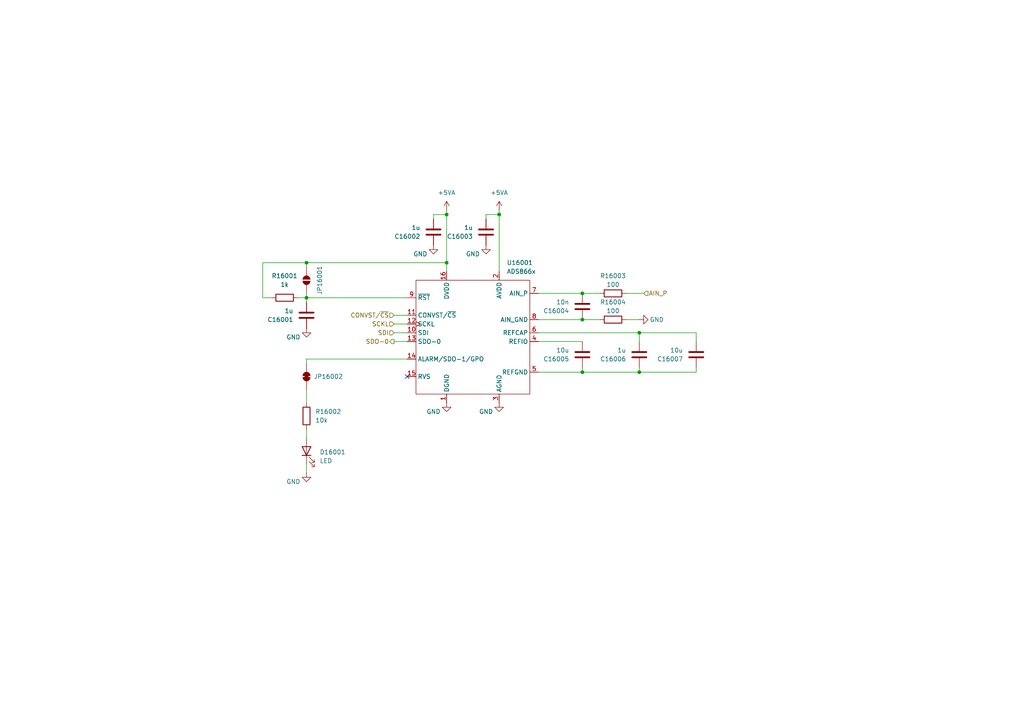
<source format=kicad_sch>
(kicad_sch
	(version 20231120)
	(generator "eeschema")
	(generator_version "8.0")
	(uuid "986a5377-d084-4e31-ada1-4a0f07acb8ea")
	(paper "A4")
	(title_block
		(title "Power Supply Sink")
		(date "2024-11-25")
		(rev "0.8.2")
		(company "Open Battery Tester")
		(comment 1 "Analog Digital Converter")
	)
	(lib_symbols
		(symbol "Device:LED"
			(pin_numbers hide)
			(pin_names
				(offset 1.016) hide)
			(exclude_from_sim no)
			(in_bom yes)
			(on_board yes)
			(property "Reference" "D"
				(at 0 2.54 0)
				(effects
					(font
						(size 1.27 1.27)
					)
				)
			)
			(property "Value" "LED"
				(at 0 -2.54 0)
				(effects
					(font
						(size 1.27 1.27)
					)
				)
			)
			(property "Footprint" ""
				(at 0 0 0)
				(effects
					(font
						(size 1.27 1.27)
					)
					(hide yes)
				)
			)
			(property "Datasheet" "~"
				(at 0 0 0)
				(effects
					(font
						(size 1.27 1.27)
					)
					(hide yes)
				)
			)
			(property "Description" "Light emitting diode"
				(at 0 0 0)
				(effects
					(font
						(size 1.27 1.27)
					)
					(hide yes)
				)
			)
			(property "ki_keywords" "LED diode"
				(at 0 0 0)
				(effects
					(font
						(size 1.27 1.27)
					)
					(hide yes)
				)
			)
			(property "ki_fp_filters" "LED* LED_SMD:* LED_THT:*"
				(at 0 0 0)
				(effects
					(font
						(size 1.27 1.27)
					)
					(hide yes)
				)
			)
			(symbol "LED_0_1"
				(polyline
					(pts
						(xy -1.27 -1.27) (xy -1.27 1.27)
					)
					(stroke
						(width 0.254)
						(type default)
					)
					(fill
						(type none)
					)
				)
				(polyline
					(pts
						(xy -1.27 0) (xy 1.27 0)
					)
					(stroke
						(width 0)
						(type default)
					)
					(fill
						(type none)
					)
				)
				(polyline
					(pts
						(xy 1.27 -1.27) (xy 1.27 1.27) (xy -1.27 0) (xy 1.27 -1.27)
					)
					(stroke
						(width 0.254)
						(type default)
					)
					(fill
						(type none)
					)
				)
				(polyline
					(pts
						(xy -3.048 -0.762) (xy -4.572 -2.286) (xy -3.81 -2.286) (xy -4.572 -2.286) (xy -4.572 -1.524)
					)
					(stroke
						(width 0)
						(type default)
					)
					(fill
						(type none)
					)
				)
				(polyline
					(pts
						(xy -1.778 -0.762) (xy -3.302 -2.286) (xy -2.54 -2.286) (xy -3.302 -2.286) (xy -3.302 -1.524)
					)
					(stroke
						(width 0)
						(type default)
					)
					(fill
						(type none)
					)
				)
			)
			(symbol "LED_1_1"
				(pin passive line
					(at -3.81 0 0)
					(length 2.54)
					(name "K"
						(effects
							(font
								(size 1.27 1.27)
							)
						)
					)
					(number "1"
						(effects
							(font
								(size 1.27 1.27)
							)
						)
					)
				)
				(pin passive line
					(at 3.81 0 180)
					(length 2.54)
					(name "A"
						(effects
							(font
								(size 1.27 1.27)
							)
						)
					)
					(number "2"
						(effects
							(font
								(size 1.27 1.27)
							)
						)
					)
				)
			)
		)
		(symbol "Jumper:SolderJumper_2_Bridged"
			(pin_numbers hide)
			(pin_names
				(offset 0) hide)
			(exclude_from_sim yes)
			(in_bom no)
			(on_board yes)
			(property "Reference" "JP"
				(at 0 2.032 0)
				(effects
					(font
						(size 1.27 1.27)
					)
				)
			)
			(property "Value" "SolderJumper_2_Bridged"
				(at 0 -2.54 0)
				(effects
					(font
						(size 1.27 1.27)
					)
				)
			)
			(property "Footprint" ""
				(at 0 0 0)
				(effects
					(font
						(size 1.27 1.27)
					)
					(hide yes)
				)
			)
			(property "Datasheet" "~"
				(at 0 0 0)
				(effects
					(font
						(size 1.27 1.27)
					)
					(hide yes)
				)
			)
			(property "Description" "Solder Jumper, 2-pole, closed/bridged"
				(at 0 0 0)
				(effects
					(font
						(size 1.27 1.27)
					)
					(hide yes)
				)
			)
			(property "ki_keywords" "solder jumper SPST"
				(at 0 0 0)
				(effects
					(font
						(size 1.27 1.27)
					)
					(hide yes)
				)
			)
			(property "ki_fp_filters" "SolderJumper*Bridged*"
				(at 0 0 0)
				(effects
					(font
						(size 1.27 1.27)
					)
					(hide yes)
				)
			)
			(symbol "SolderJumper_2_Bridged_0_1"
				(rectangle
					(start -0.508 0.508)
					(end 0.508 -0.508)
					(stroke
						(width 0)
						(type default)
					)
					(fill
						(type outline)
					)
				)
				(arc
					(start -0.254 1.016)
					(mid -1.2656 0)
					(end -0.254 -1.016)
					(stroke
						(width 0)
						(type default)
					)
					(fill
						(type none)
					)
				)
				(arc
					(start -0.254 1.016)
					(mid -1.2656 0)
					(end -0.254 -1.016)
					(stroke
						(width 0)
						(type default)
					)
					(fill
						(type outline)
					)
				)
				(polyline
					(pts
						(xy -0.254 1.016) (xy -0.254 -1.016)
					)
					(stroke
						(width 0)
						(type default)
					)
					(fill
						(type none)
					)
				)
				(polyline
					(pts
						(xy 0.254 1.016) (xy 0.254 -1.016)
					)
					(stroke
						(width 0)
						(type default)
					)
					(fill
						(type none)
					)
				)
				(arc
					(start 0.254 -1.016)
					(mid 1.2656 0)
					(end 0.254 1.016)
					(stroke
						(width 0)
						(type default)
					)
					(fill
						(type none)
					)
				)
				(arc
					(start 0.254 -1.016)
					(mid 1.2656 0)
					(end 0.254 1.016)
					(stroke
						(width 0)
						(type default)
					)
					(fill
						(type outline)
					)
				)
			)
			(symbol "SolderJumper_2_Bridged_1_1"
				(pin passive line
					(at -3.81 0 0)
					(length 2.54)
					(name "A"
						(effects
							(font
								(size 1.27 1.27)
							)
						)
					)
					(number "1"
						(effects
							(font
								(size 1.27 1.27)
							)
						)
					)
				)
				(pin passive line
					(at 3.81 0 180)
					(length 2.54)
					(name "B"
						(effects
							(font
								(size 1.27 1.27)
							)
						)
					)
					(number "2"
						(effects
							(font
								(size 1.27 1.27)
							)
						)
					)
				)
			)
		)
		(symbol "Jumper:SolderJumper_2_Open"
			(pin_numbers hide)
			(pin_names
				(offset 0) hide)
			(exclude_from_sim yes)
			(in_bom no)
			(on_board yes)
			(property "Reference" "JP"
				(at 0 2.032 0)
				(effects
					(font
						(size 1.27 1.27)
					)
				)
			)
			(property "Value" "SolderJumper_2_Open"
				(at 0 -2.54 0)
				(effects
					(font
						(size 1.27 1.27)
					)
				)
			)
			(property "Footprint" ""
				(at 0 0 0)
				(effects
					(font
						(size 1.27 1.27)
					)
					(hide yes)
				)
			)
			(property "Datasheet" "~"
				(at 0 0 0)
				(effects
					(font
						(size 1.27 1.27)
					)
					(hide yes)
				)
			)
			(property "Description" "Solder Jumper, 2-pole, open"
				(at 0 0 0)
				(effects
					(font
						(size 1.27 1.27)
					)
					(hide yes)
				)
			)
			(property "ki_keywords" "solder jumper SPST"
				(at 0 0 0)
				(effects
					(font
						(size 1.27 1.27)
					)
					(hide yes)
				)
			)
			(property "ki_fp_filters" "SolderJumper*Open*"
				(at 0 0 0)
				(effects
					(font
						(size 1.27 1.27)
					)
					(hide yes)
				)
			)
			(symbol "SolderJumper_2_Open_0_1"
				(arc
					(start -0.254 1.016)
					(mid -1.2656 0)
					(end -0.254 -1.016)
					(stroke
						(width 0)
						(type default)
					)
					(fill
						(type none)
					)
				)
				(arc
					(start -0.254 1.016)
					(mid -1.2656 0)
					(end -0.254 -1.016)
					(stroke
						(width 0)
						(type default)
					)
					(fill
						(type outline)
					)
				)
				(polyline
					(pts
						(xy -0.254 1.016) (xy -0.254 -1.016)
					)
					(stroke
						(width 0)
						(type default)
					)
					(fill
						(type none)
					)
				)
				(polyline
					(pts
						(xy 0.254 1.016) (xy 0.254 -1.016)
					)
					(stroke
						(width 0)
						(type default)
					)
					(fill
						(type none)
					)
				)
				(arc
					(start 0.254 -1.016)
					(mid 1.2656 0)
					(end 0.254 1.016)
					(stroke
						(width 0)
						(type default)
					)
					(fill
						(type none)
					)
				)
				(arc
					(start 0.254 -1.016)
					(mid 1.2656 0)
					(end 0.254 1.016)
					(stroke
						(width 0)
						(type default)
					)
					(fill
						(type outline)
					)
				)
			)
			(symbol "SolderJumper_2_Open_1_1"
				(pin passive line
					(at -3.81 0 0)
					(length 2.54)
					(name "A"
						(effects
							(font
								(size 1.27 1.27)
							)
						)
					)
					(number "1"
						(effects
							(font
								(size 1.27 1.27)
							)
						)
					)
				)
				(pin passive line
					(at 3.81 0 180)
					(length 2.54)
					(name "B"
						(effects
							(font
								(size 1.27 1.27)
							)
						)
					)
					(number "2"
						(effects
							(font
								(size 1.27 1.27)
							)
						)
					)
				)
			)
		)
		(symbol "power:+5VA"
			(power)
			(pin_numbers hide)
			(pin_names
				(offset 0) hide)
			(exclude_from_sim no)
			(in_bom yes)
			(on_board yes)
			(property "Reference" "#PWR"
				(at 0 -3.81 0)
				(effects
					(font
						(size 1.27 1.27)
					)
					(hide yes)
				)
			)
			(property "Value" "+5VA"
				(at 0 3.556 0)
				(effects
					(font
						(size 1.27 1.27)
					)
				)
			)
			(property "Footprint" ""
				(at 0 0 0)
				(effects
					(font
						(size 1.27 1.27)
					)
					(hide yes)
				)
			)
			(property "Datasheet" ""
				(at 0 0 0)
				(effects
					(font
						(size 1.27 1.27)
					)
					(hide yes)
				)
			)
			(property "Description" "Power symbol creates a global label with name \"+5VA\""
				(at 0 0 0)
				(effects
					(font
						(size 1.27 1.27)
					)
					(hide yes)
				)
			)
			(property "ki_keywords" "global power"
				(at 0 0 0)
				(effects
					(font
						(size 1.27 1.27)
					)
					(hide yes)
				)
			)
			(symbol "+5VA_0_1"
				(polyline
					(pts
						(xy -0.762 1.27) (xy 0 2.54)
					)
					(stroke
						(width 0)
						(type default)
					)
					(fill
						(type none)
					)
				)
				(polyline
					(pts
						(xy 0 0) (xy 0 2.54)
					)
					(stroke
						(width 0)
						(type default)
					)
					(fill
						(type none)
					)
				)
				(polyline
					(pts
						(xy 0 2.54) (xy 0.762 1.27)
					)
					(stroke
						(width 0)
						(type default)
					)
					(fill
						(type none)
					)
				)
			)
			(symbol "+5VA_1_1"
				(pin power_in line
					(at 0 0 90)
					(length 0)
					(name "~"
						(effects
							(font
								(size 1.27 1.27)
							)
						)
					)
					(number "1"
						(effects
							(font
								(size 1.27 1.27)
							)
						)
					)
				)
			)
		)
		(symbol "pss:ADS866x"
			(exclude_from_sim no)
			(in_bom yes)
			(on_board yes)
			(property "Reference" "U"
				(at 0 15.24 0)
				(effects
					(font
						(size 1.27 1.27)
					)
				)
			)
			(property "Value" "ADS866x"
				(at 0 12.7 0)
				(effects
					(font
						(size 1.27 1.27)
					)
				)
			)
			(property "Footprint" "Package_SO:TSSOP-16_4.4x5mm_P0.65mm"
				(at 0 -41.91 0)
				(effects
					(font
						(size 1.27 1.27)
					)
					(hide yes)
				)
			)
			(property "Datasheet" "http://www.ti.com/lit/ds/symlink/ads8665.pdf"
				(at 0 -44.45 0)
				(effects
					(font
						(size 1.27 1.27)
					)
					(hide yes)
				)
			)
			(property "Description" "12-Bit, 500-kSPS/1.25-MSPS, 1-Channels, Single-Supply, SAR ADC with Programmable Input Range, TSSOP-14"
				(at 0 -38.1 0)
				(effects
					(font
						(size 1.27 1.27)
					)
					(hide yes)
				)
			)
			(property "ki_keywords" "adc analog digital spi bipolar input"
				(at 0 0 0)
				(effects
					(font
						(size 1.27 1.27)
					)
					(hide yes)
				)
			)
			(property "ki_fp_filters" "TSSOP*4.4x9.7mm*P0.5mm*"
				(at 0 0 0)
				(effects
					(font
						(size 1.27 1.27)
					)
					(hide yes)
				)
			)
			(symbol "ADS866x_0_0"
				(pin power_in line
					(at -7.62 -25.4 90)
					(length 2.54)
					(name "DGND"
						(effects
							(font
								(size 1.27 1.27)
							)
						)
					)
					(number "1"
						(effects
							(font
								(size 1.27 1.27)
							)
						)
					)
				)
				(pin input line
					(at -19.05 -5.08 0)
					(length 2.54)
					(name "SDI"
						(effects
							(font
								(size 1.27 1.27)
							)
						)
					)
					(number "10"
						(effects
							(font
								(size 1.27 1.27)
							)
						)
					)
				)
				(pin input line
					(at -19.05 0 0)
					(length 2.54)
					(name "CONVST/~{CS}"
						(effects
							(font
								(size 1.27 1.27)
							)
						)
					)
					(number "11"
						(effects
							(font
								(size 1.27 1.27)
							)
						)
					)
				)
				(pin input clock
					(at -19.05 -2.54 0)
					(length 2.54)
					(name "SCKL"
						(effects
							(font
								(size 1.27 1.27)
							)
						)
					)
					(number "12"
						(effects
							(font
								(size 1.27 1.27)
							)
						)
					)
				)
				(pin output line
					(at -19.05 -7.62 0)
					(length 2.54)
					(name "SDO-0"
						(effects
							(font
								(size 1.27 1.27)
							)
						)
					)
					(number "13"
						(effects
							(font
								(size 1.27 1.27)
							)
						)
					)
				)
				(pin output line
					(at -19.05 -12.7 0)
					(length 2.54)
					(name "ALARM/SDO-1/GPO"
						(effects
							(font
								(size 1.27 1.27)
							)
						)
					)
					(number "14"
						(effects
							(font
								(size 1.27 1.27)
							)
						)
					)
				)
				(pin output line
					(at -19.05 -17.78 0)
					(length 2.54)
					(name "RVS"
						(effects
							(font
								(size 1.27 1.27)
							)
						)
					)
					(number "15"
						(effects
							(font
								(size 1.27 1.27)
							)
						)
					)
				)
				(pin power_in line
					(at -7.62 12.7 270)
					(length 2.54)
					(name "DVDD"
						(effects
							(font
								(size 1.27 1.27)
							)
						)
					)
					(number "16"
						(effects
							(font
								(size 1.27 1.27)
							)
						)
					)
				)
				(pin power_in line
					(at 7.62 12.7 270)
					(length 2.54)
					(name "AVDD"
						(effects
							(font
								(size 1.27 1.27)
							)
						)
					)
					(number "2"
						(effects
							(font
								(size 1.27 1.27)
							)
						)
					)
				)
				(pin power_in line
					(at 7.62 -25.4 90)
					(length 2.54)
					(name "AGND"
						(effects
							(font
								(size 1.27 1.27)
							)
						)
					)
					(number "3"
						(effects
							(font
								(size 1.27 1.27)
							)
						)
					)
				)
				(pin bidirectional line
					(at 19.05 -7.62 180)
					(length 2.54)
					(name "REFIO"
						(effects
							(font
								(size 1.27 1.27)
							)
						)
					)
					(number "4"
						(effects
							(font
								(size 1.27 1.27)
							)
						)
					)
				)
				(pin power_in line
					(at 19.05 -16.51 180)
					(length 2.54)
					(name "REFGND"
						(effects
							(font
								(size 1.27 1.27)
							)
						)
					)
					(number "5"
						(effects
							(font
								(size 1.27 1.27)
							)
						)
					)
				)
				(pin output line
					(at 19.05 -5.08 180)
					(length 2.54)
					(name "REFCAP"
						(effects
							(font
								(size 1.27 1.27)
							)
						)
					)
					(number "6"
						(effects
							(font
								(size 1.27 1.27)
							)
						)
					)
				)
				(pin input line
					(at 19.05 6.35 180)
					(length 2.54)
					(name "AIN_P"
						(effects
							(font
								(size 1.27 1.27)
							)
						)
					)
					(number "7"
						(effects
							(font
								(size 1.27 1.27)
							)
						)
					)
				)
				(pin input line
					(at 19.05 -1.27 180)
					(length 2.54)
					(name "AIN_GND"
						(effects
							(font
								(size 1.27 1.27)
							)
						)
					)
					(number "8"
						(effects
							(font
								(size 1.27 1.27)
							)
						)
					)
				)
				(pin input line
					(at -19.05 5.08 0)
					(length 2.54)
					(name "~{RST}"
						(effects
							(font
								(size 1.27 1.27)
							)
						)
					)
					(number "9"
						(effects
							(font
								(size 1.27 1.27)
							)
						)
					)
				)
			)
			(symbol "ADS866x_0_1"
				(rectangle
					(start -16.51 10.16)
					(end 16.51 -22.86)
					(stroke
						(width 0)
						(type default)
					)
					(fill
						(type none)
					)
				)
			)
		)
		(symbol "pss:C"
			(pin_numbers hide)
			(pin_names
				(offset 0.254)
			)
			(exclude_from_sim no)
			(in_bom yes)
			(on_board yes)
			(property "Reference" "C"
				(at 0.635 2.54 0)
				(effects
					(font
						(size 1.27 1.27)
					)
					(justify left)
				)
			)
			(property "Value" "C"
				(at 0.635 -2.54 0)
				(effects
					(font
						(size 1.27 1.27)
					)
					(justify left)
				)
			)
			(property "Footprint" ""
				(at 0.9652 -3.81 0)
				(effects
					(font
						(size 1.27 1.27)
					)
					(hide yes)
				)
			)
			(property "Datasheet" "~"
				(at 0 0 0)
				(effects
					(font
						(size 1.27 1.27)
					)
					(hide yes)
				)
			)
			(property "Description" "Unpolarized capacitor"
				(at 0 0 0)
				(effects
					(font
						(size 1.27 1.27)
					)
					(hide yes)
				)
			)
			(property "ki_keywords" "cap capacitor"
				(at 0 0 0)
				(effects
					(font
						(size 1.27 1.27)
					)
					(hide yes)
				)
			)
			(property "ki_fp_filters" "C_*"
				(at 0 0 0)
				(effects
					(font
						(size 1.27 1.27)
					)
					(hide yes)
				)
			)
			(symbol "C_0_1"
				(polyline
					(pts
						(xy -2.032 -0.762) (xy 2.032 -0.762)
					)
					(stroke
						(width 0.508)
						(type default)
					)
					(fill
						(type none)
					)
				)
				(polyline
					(pts
						(xy -2.032 0.762) (xy 2.032 0.762)
					)
					(stroke
						(width 0.508)
						(type default)
					)
					(fill
						(type none)
					)
				)
			)
			(symbol "C_1_1"
				(pin passive line
					(at 0 3.81 270)
					(length 2.794)
					(name "~"
						(effects
							(font
								(size 1.27 1.27)
							)
						)
					)
					(number "1"
						(effects
							(font
								(size 1.27 1.27)
							)
						)
					)
				)
				(pin passive line
					(at 0 -3.81 90)
					(length 2.794)
					(name "~"
						(effects
							(font
								(size 1.27 1.27)
							)
						)
					)
					(number "2"
						(effects
							(font
								(size 1.27 1.27)
							)
						)
					)
				)
			)
		)
		(symbol "pss:GND"
			(power)
			(pin_numbers hide)
			(pin_names
				(offset 0) hide)
			(exclude_from_sim no)
			(in_bom yes)
			(on_board yes)
			(property "Reference" "#PWR"
				(at 0 -6.35 0)
				(effects
					(font
						(size 1.27 1.27)
					)
					(hide yes)
				)
			)
			(property "Value" "GND"
				(at 0 -3.81 0)
				(effects
					(font
						(size 1.27 1.27)
					)
				)
			)
			(property "Footprint" ""
				(at 0 0 0)
				(effects
					(font
						(size 1.27 1.27)
					)
					(hide yes)
				)
			)
			(property "Datasheet" ""
				(at 0 0 0)
				(effects
					(font
						(size 1.27 1.27)
					)
					(hide yes)
				)
			)
			(property "Description" "Power symbol creates a global label with name \"GND\" , ground"
				(at 0 0 0)
				(effects
					(font
						(size 1.27 1.27)
					)
					(hide yes)
				)
			)
			(property "ki_keywords" "global power"
				(at 0 0 0)
				(effects
					(font
						(size 1.27 1.27)
					)
					(hide yes)
				)
			)
			(symbol "GND_0_1"
				(polyline
					(pts
						(xy 0 0) (xy 0 -1.27) (xy 1.27 -1.27) (xy 0 -2.54) (xy -1.27 -1.27) (xy 0 -1.27)
					)
					(stroke
						(width 0)
						(type default)
					)
					(fill
						(type none)
					)
				)
			)
			(symbol "GND_1_1"
				(pin power_in line
					(at 0 0 270)
					(length 0)
					(name "~"
						(effects
							(font
								(size 1.27 1.27)
							)
						)
					)
					(number "1"
						(effects
							(font
								(size 1.27 1.27)
							)
						)
					)
				)
			)
		)
		(symbol "pss:R"
			(pin_numbers hide)
			(pin_names
				(offset 0)
			)
			(exclude_from_sim no)
			(in_bom yes)
			(on_board yes)
			(property "Reference" "R"
				(at 2.032 0 90)
				(effects
					(font
						(size 1.27 1.27)
					)
				)
			)
			(property "Value" "R"
				(at 0 0 90)
				(effects
					(font
						(size 1.27 1.27)
					)
				)
			)
			(property "Footprint" ""
				(at -1.778 0 90)
				(effects
					(font
						(size 1.27 1.27)
					)
					(hide yes)
				)
			)
			(property "Datasheet" "~"
				(at 0 0 0)
				(effects
					(font
						(size 1.27 1.27)
					)
					(hide yes)
				)
			)
			(property "Description" "Resistor"
				(at 0 0 0)
				(effects
					(font
						(size 1.27 1.27)
					)
					(hide yes)
				)
			)
			(property "ki_keywords" "R res resistor"
				(at 0 0 0)
				(effects
					(font
						(size 1.27 1.27)
					)
					(hide yes)
				)
			)
			(property "ki_fp_filters" "R_*"
				(at 0 0 0)
				(effects
					(font
						(size 1.27 1.27)
					)
					(hide yes)
				)
			)
			(symbol "R_0_1"
				(rectangle
					(start -1.016 -2.54)
					(end 1.016 2.54)
					(stroke
						(width 0.254)
						(type default)
					)
					(fill
						(type none)
					)
				)
			)
			(symbol "R_1_1"
				(pin passive line
					(at 0 3.81 270)
					(length 1.27)
					(name "~"
						(effects
							(font
								(size 1.27 1.27)
							)
						)
					)
					(number "1"
						(effects
							(font
								(size 1.27 1.27)
							)
						)
					)
				)
				(pin passive line
					(at 0 -3.81 90)
					(length 1.27)
					(name "~"
						(effects
							(font
								(size 1.27 1.27)
							)
						)
					)
					(number "2"
						(effects
							(font
								(size 1.27 1.27)
							)
						)
					)
				)
			)
		)
	)
	(junction
		(at 129.54 76.2)
		(diameter 0)
		(color 0 0 0 0)
		(uuid "130a13ac-629f-45c6-86ce-3571e4674b1f")
	)
	(junction
		(at 144.78 62.23)
		(diameter 0)
		(color 0 0 0 0)
		(uuid "2192b8c8-d915-4f59-be62-33c5250c7e4b")
	)
	(junction
		(at 185.42 96.52)
		(diameter 0)
		(color 0 0 0 0)
		(uuid "25a50a60-aac3-4824-8a68-e69379f2b491")
	)
	(junction
		(at 88.9 76.2)
		(diameter 0)
		(color 0 0 0 0)
		(uuid "3953dd1b-bff3-486f-bdd2-33a5d9232e9a")
	)
	(junction
		(at 168.91 85.09)
		(diameter 0)
		(color 0 0 0 0)
		(uuid "612c9192-48de-491e-9357-8ddf43786095")
	)
	(junction
		(at 168.91 92.71)
		(diameter 0)
		(color 0 0 0 0)
		(uuid "670ff72c-1f28-42da-ade0-3ac91a280f4a")
	)
	(junction
		(at 88.9 86.36)
		(diameter 0)
		(color 0 0 0 0)
		(uuid "68068b77-60cd-40da-a0f5-26ea71e8225a")
	)
	(junction
		(at 185.42 107.95)
		(diameter 0)
		(color 0 0 0 0)
		(uuid "aedbfd00-975b-45ff-ac69-2850c3a6ed30")
	)
	(junction
		(at 168.91 107.95)
		(diameter 0)
		(color 0 0 0 0)
		(uuid "b99a651e-9d53-43e7-abf1-2b404e17780d")
	)
	(junction
		(at 129.54 62.23)
		(diameter 0)
		(color 0 0 0 0)
		(uuid "f9fe6755-dcb5-4c19-8efb-f577610c50b9")
	)
	(no_connect
		(at 118.11 109.22)
		(uuid "7c617094-28a6-4351-b8c9-c3e8b3dd2b99")
	)
	(wire
		(pts
			(xy 185.42 96.52) (xy 201.93 96.52)
		)
		(stroke
			(width 0)
			(type default)
		)
		(uuid "0000fc5a-eeea-49e5-ab59-b7bd7b631f8e")
	)
	(wire
		(pts
			(xy 201.93 107.95) (xy 201.93 106.68)
		)
		(stroke
			(width 0)
			(type default)
		)
		(uuid "04fe6c85-04e2-48d1-b30a-9ad023b94021")
	)
	(wire
		(pts
			(xy 168.91 85.09) (xy 173.99 85.09)
		)
		(stroke
			(width 0)
			(type default)
		)
		(uuid "06297c36-3422-408c-a387-4b1e678f0f9e")
	)
	(wire
		(pts
			(xy 114.3 96.52) (xy 118.11 96.52)
		)
		(stroke
			(width 0)
			(type default)
		)
		(uuid "0e50c7a4-f264-42b1-b459-0201b54637a3")
	)
	(wire
		(pts
			(xy 144.78 62.23) (xy 140.97 62.23)
		)
		(stroke
			(width 0)
			(type default)
		)
		(uuid "15fc3ec9-665d-4141-8bca-8b46e421d7dc")
	)
	(wire
		(pts
			(xy 76.2 76.2) (xy 88.9 76.2)
		)
		(stroke
			(width 0)
			(type default)
		)
		(uuid "1c1e0c6e-49ff-4645-8b7b-afef0fd25d1e")
	)
	(wire
		(pts
			(xy 168.91 106.68) (xy 168.91 107.95)
		)
		(stroke
			(width 0)
			(type default)
		)
		(uuid "264d4bac-7602-4ad1-bac2-1051df301c38")
	)
	(wire
		(pts
			(xy 88.9 76.2) (xy 88.9 77.47)
		)
		(stroke
			(width 0)
			(type default)
		)
		(uuid "28493af0-6631-42b1-9d70-01af6949dfad")
	)
	(wire
		(pts
			(xy 168.91 92.71) (xy 173.99 92.71)
		)
		(stroke
			(width 0)
			(type default)
		)
		(uuid "4a4717d1-cd78-4c58-9925-d381894fc397")
	)
	(wire
		(pts
			(xy 181.61 92.71) (xy 185.42 92.71)
		)
		(stroke
			(width 0)
			(type default)
		)
		(uuid "4ab11fbc-77be-4045-8175-0c928a295232")
	)
	(wire
		(pts
			(xy 88.9 104.14) (xy 118.11 104.14)
		)
		(stroke
			(width 0)
			(type default)
		)
		(uuid "531def58-dbc3-441a-a0f2-e81cbc1b7448")
	)
	(wire
		(pts
			(xy 129.54 62.23) (xy 129.54 76.2)
		)
		(stroke
			(width 0)
			(type default)
		)
		(uuid "5795c535-393f-4b49-a1fe-1de417810773")
	)
	(wire
		(pts
			(xy 88.9 87.63) (xy 88.9 86.36)
		)
		(stroke
			(width 0)
			(type default)
		)
		(uuid "58d0e741-9464-440a-9c9a-d173ee6e7c65")
	)
	(wire
		(pts
			(xy 144.78 60.96) (xy 144.78 62.23)
		)
		(stroke
			(width 0)
			(type default)
		)
		(uuid "5fae1dc3-c077-4a0e-948f-07f579aba7c7")
	)
	(wire
		(pts
			(xy 114.3 93.98) (xy 118.11 93.98)
		)
		(stroke
			(width 0)
			(type default)
		)
		(uuid "6585aaee-c927-4d0e-885d-1cae24ab1fbd")
	)
	(wire
		(pts
			(xy 114.3 91.44) (xy 118.11 91.44)
		)
		(stroke
			(width 0)
			(type default)
		)
		(uuid "68a1518d-12b8-4b75-b155-c8bd119122fb")
	)
	(wire
		(pts
			(xy 144.78 62.23) (xy 144.78 78.74)
		)
		(stroke
			(width 0)
			(type default)
		)
		(uuid "6b72f7ba-4f59-41ee-bcdc-8d578f64d5ca")
	)
	(wire
		(pts
			(xy 201.93 99.06) (xy 201.93 96.52)
		)
		(stroke
			(width 0)
			(type default)
		)
		(uuid "6e3a45a8-00df-434b-9607-ba7480f3ffb2")
	)
	(wire
		(pts
			(xy 129.54 62.23) (xy 125.73 62.23)
		)
		(stroke
			(width 0)
			(type default)
		)
		(uuid "70361b35-10b5-4bac-a708-939721c538ce")
	)
	(wire
		(pts
			(xy 156.21 85.09) (xy 168.91 85.09)
		)
		(stroke
			(width 0)
			(type default)
		)
		(uuid "72d4afd4-cfb8-4493-8a84-71e2789cd9ec")
	)
	(wire
		(pts
			(xy 156.21 92.71) (xy 168.91 92.71)
		)
		(stroke
			(width 0)
			(type default)
		)
		(uuid "73f18bc0-e7a6-412e-bdd5-8270424bc6bb")
	)
	(wire
		(pts
			(xy 88.9 116.84) (xy 88.9 113.03)
		)
		(stroke
			(width 0)
			(type default)
		)
		(uuid "75771cfb-50a1-4ea6-8992-2c40d8f1b90d")
	)
	(wire
		(pts
			(xy 88.9 86.36) (xy 118.11 86.36)
		)
		(stroke
			(width 0)
			(type default)
		)
		(uuid "8805eef0-dff4-4d8b-a170-ac00cb520549")
	)
	(wire
		(pts
			(xy 86.36 86.36) (xy 88.9 86.36)
		)
		(stroke
			(width 0)
			(type default)
		)
		(uuid "919c9293-92b5-4e0b-8e9c-7fbc7a799415")
	)
	(wire
		(pts
			(xy 76.2 86.36) (xy 76.2 76.2)
		)
		(stroke
			(width 0)
			(type default)
		)
		(uuid "97d2f179-b86e-4b2e-800f-5f71336e485e")
	)
	(wire
		(pts
			(xy 129.54 60.96) (xy 129.54 62.23)
		)
		(stroke
			(width 0)
			(type default)
		)
		(uuid "9e2cc25a-a0bd-4e53-ae9c-70bc936164aa")
	)
	(wire
		(pts
			(xy 114.3 99.06) (xy 118.11 99.06)
		)
		(stroke
			(width 0)
			(type default)
		)
		(uuid "a1c52f06-c966-4739-aee0-afcb72d82e41")
	)
	(wire
		(pts
			(xy 156.21 107.95) (xy 168.91 107.95)
		)
		(stroke
			(width 0)
			(type default)
		)
		(uuid "a4df3c7f-9e7e-49f8-9537-304f720a6cdc")
	)
	(wire
		(pts
			(xy 156.21 99.06) (xy 168.91 99.06)
		)
		(stroke
			(width 0)
			(type default)
		)
		(uuid "b478116b-be3c-41d8-aacd-cb5d5844bb28")
	)
	(wire
		(pts
			(xy 78.74 86.36) (xy 76.2 86.36)
		)
		(stroke
			(width 0)
			(type default)
		)
		(uuid "b9e8b333-7c23-4463-980f-9fc7bad3097e")
	)
	(wire
		(pts
			(xy 168.91 107.95) (xy 185.42 107.95)
		)
		(stroke
			(width 0)
			(type default)
		)
		(uuid "c156c80c-0a8d-420f-b47e-3da941514d04")
	)
	(wire
		(pts
			(xy 185.42 107.95) (xy 201.93 107.95)
		)
		(stroke
			(width 0)
			(type default)
		)
		(uuid "c7c0e185-9fd2-4a37-a56a-ba4ce06a1c9f")
	)
	(wire
		(pts
			(xy 186.69 85.09) (xy 181.61 85.09)
		)
		(stroke
			(width 0)
			(type default)
		)
		(uuid "cc38cd55-b65f-44e8-989f-448db212c054")
	)
	(wire
		(pts
			(xy 88.9 76.2) (xy 129.54 76.2)
		)
		(stroke
			(width 0)
			(type default)
		)
		(uuid "da6a04ed-0970-4109-be94-eb729a7b87a6")
	)
	(wire
		(pts
			(xy 185.42 106.68) (xy 185.42 107.95)
		)
		(stroke
			(width 0)
			(type default)
		)
		(uuid "dcb9001e-ea57-417e-93ff-8b1ba97deda3")
	)
	(wire
		(pts
			(xy 125.73 62.23) (xy 125.73 63.5)
		)
		(stroke
			(width 0)
			(type default)
		)
		(uuid "ddd7c028-c172-4d97-86ea-0e9b7ef1ae1c")
	)
	(wire
		(pts
			(xy 88.9 85.09) (xy 88.9 86.36)
		)
		(stroke
			(width 0)
			(type default)
		)
		(uuid "e27df41e-f48b-4756-be31-553556ea609f")
	)
	(wire
		(pts
			(xy 129.54 76.2) (xy 129.54 78.74)
		)
		(stroke
			(width 0)
			(type default)
		)
		(uuid "e8006d45-95d4-4935-8610-228d961dc32b")
	)
	(wire
		(pts
			(xy 140.97 62.23) (xy 140.97 63.5)
		)
		(stroke
			(width 0)
			(type default)
		)
		(uuid "eb0c74e0-d4b5-4228-a9c4-c68fa3420e0e")
	)
	(wire
		(pts
			(xy 156.21 96.52) (xy 185.42 96.52)
		)
		(stroke
			(width 0)
			(type default)
		)
		(uuid "ed31b09e-6951-42e0-a2e8-baa44b2931cb")
	)
	(wire
		(pts
			(xy 88.9 105.41) (xy 88.9 104.14)
		)
		(stroke
			(width 0)
			(type default)
		)
		(uuid "ee0f5fb8-6307-4a41-9f2c-71cf6ec6df48")
	)
	(wire
		(pts
			(xy 88.9 124.46) (xy 88.9 127)
		)
		(stroke
			(width 0)
			(type default)
		)
		(uuid "f739dcce-1bcc-40bb-8d74-ec8948cb05d9")
	)
	(wire
		(pts
			(xy 185.42 96.52) (xy 185.42 99.06)
		)
		(stroke
			(width 0)
			(type default)
		)
		(uuid "fbd6100a-d95e-4650-b4a3-1288d31fc9a0")
	)
	(wire
		(pts
			(xy 88.9 137.16) (xy 88.9 134.62)
		)
		(stroke
			(width 0)
			(type default)
		)
		(uuid "fc1fac27-d2a1-4e42-b4ae-284d7afdce2a")
	)
	(hierarchical_label "AIN_P"
		(shape input)
		(at 186.69 85.09 0)
		(fields_autoplaced yes)
		(effects
			(font
				(size 1.27 1.27)
			)
			(justify left)
		)
		(uuid "4a9e3798-758e-4987-8dcc-dd7ccfc844bb")
	)
	(hierarchical_label "SDI"
		(shape input)
		(at 114.3 96.52 180)
		(fields_autoplaced yes)
		(effects
			(font
				(size 1.27 1.27)
			)
			(justify right)
		)
		(uuid "68aa3dd0-895a-4ba2-a910-be19ab230e84")
	)
	(hierarchical_label "CONVST{slash}~{CS}"
		(shape input)
		(at 114.3 91.44 180)
		(fields_autoplaced yes)
		(effects
			(font
				(size 1.27 1.27)
			)
			(justify right)
		)
		(uuid "8d782970-55a8-4437-a583-eda6c2928965")
	)
	(hierarchical_label "SCKL"
		(shape input)
		(at 114.3 93.98 180)
		(fields_autoplaced yes)
		(effects
			(font
				(size 1.27 1.27)
			)
			(justify right)
		)
		(uuid "a145fe83-37cf-4496-b7c1-cf76fac906cc")
	)
	(hierarchical_label "SDO-0"
		(shape output)
		(at 114.3 99.06 180)
		(fields_autoplaced yes)
		(effects
			(font
				(size 1.27 1.27)
			)
			(justify right)
		)
		(uuid "e93b3811-82f9-4e0d-ba1b-f576ee311142")
	)
	(symbol
		(lib_id "pss:C")
		(at 88.9 91.44 180)
		(unit 1)
		(exclude_from_sim no)
		(in_bom yes)
		(on_board yes)
		(dnp no)
		(uuid "061cbdd3-52b4-40cf-97ef-fbbd974426b6")
		(property "Reference" "C16001"
			(at 85.09 92.7101 0)
			(effects
				(font
					(size 1.27 1.27)
				)
				(justify left)
			)
		)
		(property "Value" "1u"
			(at 85.09 90.1701 0)
			(effects
				(font
					(size 1.27 1.27)
				)
				(justify left)
			)
		)
		(property "Footprint" "Capacitor_SMD:C_0603_1608Metric_Pad1.08x0.95mm_HandSolder"
			(at 87.9348 87.63 0)
			(effects
				(font
					(size 1.27 1.27)
				)
				(hide yes)
			)
		)
		(property "Datasheet" "https://www.mouser.de/datasheet/2/447/KEM_C1002_X7R_SMD-3316098.pdf"
			(at 88.9 91.44 0)
			(effects
				(font
					(size 1.27 1.27)
				)
				(hide yes)
			)
		)
		(property "Description" "Unpolarized capacitor"
			(at 88.9 91.44 0)
			(effects
				(font
					(size 1.27 1.27)
				)
				(hide yes)
			)
		)
		(property "MPN" "C0603C105K4RACTU"
			(at 88.9 91.44 0)
			(effects
				(font
					(size 1.27 1.27)
				)
				(hide yes)
			)
		)
		(property "VPN" "80-C0603C105K4R"
			(at 88.9 91.44 0)
			(effects
				(font
					(size 1.27 1.27)
				)
				(hide yes)
			)
		)
		(pin "1"
			(uuid "fa5203d5-464e-43bb-815c-5d3b12027f61")
		)
		(pin "2"
			(uuid "8d2cb9a9-d2e9-4fa7-a6a7-f7a2be98780a")
		)
		(instances
			(project "pss"
				(path "/3c438cf7-9350-4e9f-8115-1deba8984176/2c843779-6372-445d-93a0-61df61e4217d"
					(reference "C16001")
					(unit 1)
				)
				(path "/3c438cf7-9350-4e9f-8115-1deba8984176/fe6e657f-8cbe-4801-b8df-4392026dbf94"
					(reference "C18002")
					(unit 1)
				)
			)
		)
	)
	(symbol
		(lib_id "pss:GND")
		(at 144.78 116.84 0)
		(unit 1)
		(exclude_from_sim no)
		(in_bom yes)
		(on_board yes)
		(dnp no)
		(uuid "0b987b5a-bb64-4a46-852f-df44cc6362ca")
		(property "Reference" "#PWR016008"
			(at 144.78 123.19 0)
			(effects
				(font
					(size 1.27 1.27)
				)
				(hide yes)
			)
		)
		(property "Value" "GND"
			(at 140.97 119.38 0)
			(effects
				(font
					(size 1.27 1.27)
				)
			)
		)
		(property "Footprint" ""
			(at 144.78 116.84 0)
			(effects
				(font
					(size 1.27 1.27)
				)
				(hide yes)
			)
		)
		(property "Datasheet" ""
			(at 144.78 116.84 0)
			(effects
				(font
					(size 1.27 1.27)
				)
				(hide yes)
			)
		)
		(property "Description" "Power symbol creates a global label with name \"GND\" , ground"
			(at 144.78 116.84 0)
			(effects
				(font
					(size 1.27 1.27)
				)
				(hide yes)
			)
		)
		(pin "1"
			(uuid "9890ef6d-df35-42d6-87af-281406047a5d")
		)
		(instances
			(project "pss"
				(path "/3c438cf7-9350-4e9f-8115-1deba8984176/2c843779-6372-445d-93a0-61df61e4217d"
					(reference "#PWR016008")
					(unit 1)
				)
				(path "/3c438cf7-9350-4e9f-8115-1deba8984176/fe6e657f-8cbe-4801-b8df-4392026dbf94"
					(reference "#PWR018011")
					(unit 1)
				)
			)
		)
	)
	(symbol
		(lib_id "pss:GND")
		(at 125.73 71.12 0)
		(unit 1)
		(exclude_from_sim no)
		(in_bom yes)
		(on_board yes)
		(dnp no)
		(uuid "30a02c8f-4b38-46e7-975d-c6a9010d00d7")
		(property "Reference" "#PWR016003"
			(at 125.73 77.47 0)
			(effects
				(font
					(size 1.27 1.27)
				)
				(hide yes)
			)
		)
		(property "Value" "GND"
			(at 121.92 73.66 0)
			(effects
				(font
					(size 1.27 1.27)
				)
			)
		)
		(property "Footprint" ""
			(at 125.73 71.12 0)
			(effects
				(font
					(size 1.27 1.27)
				)
				(hide yes)
			)
		)
		(property "Datasheet" ""
			(at 125.73 71.12 0)
			(effects
				(font
					(size 1.27 1.27)
				)
				(hide yes)
			)
		)
		(property "Description" "Power symbol creates a global label with name \"GND\" , ground"
			(at 125.73 71.12 0)
			(effects
				(font
					(size 1.27 1.27)
				)
				(hide yes)
			)
		)
		(pin "1"
			(uuid "caea4539-aad8-4eee-a902-afe53c8072bf")
		)
		(instances
			(project "pss"
				(path "/3c438cf7-9350-4e9f-8115-1deba8984176/2c843779-6372-445d-93a0-61df61e4217d"
					(reference "#PWR016003")
					(unit 1)
				)
				(path "/3c438cf7-9350-4e9f-8115-1deba8984176/fe6e657f-8cbe-4801-b8df-4392026dbf94"
					(reference "#PWR018006")
					(unit 1)
				)
			)
		)
	)
	(symbol
		(lib_id "pss:R")
		(at 177.8 85.09 90)
		(unit 1)
		(exclude_from_sim no)
		(in_bom yes)
		(on_board yes)
		(dnp no)
		(uuid "31c14384-1a8c-4f2b-8d81-2df8dd8c5257")
		(property "Reference" "R16003"
			(at 177.8 80.01 90)
			(effects
				(font
					(size 1.27 1.27)
				)
			)
		)
		(property "Value" "100"
			(at 177.8 82.55 90)
			(effects
				(font
					(size 1.27 1.27)
				)
			)
		)
		(property "Footprint" "Resistor_SMD:R_1210_3225Metric_Pad1.30x2.65mm_HandSolder"
			(at 177.8 86.868 90)
			(effects
				(font
					(size 1.27 1.27)
				)
				(hide yes)
			)
		)
		(property "Datasheet" "https://www.mouser.de/datasheet/2/447/YAGEO_PYu_RC_Group_51_RoHS_L_12-3313492.pdf"
			(at 177.8 85.09 0)
			(effects
				(font
					(size 1.27 1.27)
				)
				(hide yes)
			)
		)
		(property "Description" "Resistor"
			(at 177.8 85.09 0)
			(effects
				(font
					(size 1.27 1.27)
				)
				(hide yes)
			)
		)
		(property "MPN" "RC1210FR-07100RL"
			(at 177.8 85.09 0)
			(effects
				(font
					(size 1.27 1.27)
				)
				(hide yes)
			)
		)
		(property "VPN" "603-RC1210FR-07100RL"
			(at 177.8 85.09 0)
			(effects
				(font
					(size 1.27 1.27)
				)
				(hide yes)
			)
		)
		(pin "1"
			(uuid "85578c24-637a-4bcd-b6b4-dd3cac9f1f91")
		)
		(pin "2"
			(uuid "a0717eb1-107c-476b-a9f4-8ebc7917a2fb")
		)
		(instances
			(project "pss"
				(path "/3c438cf7-9350-4e9f-8115-1deba8984176/2c843779-6372-445d-93a0-61df61e4217d"
					(reference "R16003")
					(unit 1)
				)
				(path "/3c438cf7-9350-4e9f-8115-1deba8984176/fe6e657f-8cbe-4801-b8df-4392026dbf94"
					(reference "R18003")
					(unit 1)
				)
			)
		)
	)
	(symbol
		(lib_id "pss:C")
		(at 168.91 102.87 180)
		(unit 1)
		(exclude_from_sim no)
		(in_bom yes)
		(on_board yes)
		(dnp no)
		(uuid "33ea3452-51d0-4fb1-8750-b14263bb4fbc")
		(property "Reference" "C16005"
			(at 165.1 104.1401 0)
			(effects
				(font
					(size 1.27 1.27)
				)
				(justify left)
			)
		)
		(property "Value" "10u"
			(at 165.1 101.6001 0)
			(effects
				(font
					(size 1.27 1.27)
				)
				(justify left)
			)
		)
		(property "Footprint" "Capacitor_SMD:C_1210_3225Metric_Pad1.33x2.70mm_HandSolder"
			(at 167.9448 99.06 0)
			(effects
				(font
					(size 1.27 1.27)
				)
				(hide yes)
			)
		)
		(property "Datasheet" "https://www.mouser.de/datasheet/2/447/KEM_C1002_X7R_SMD-3316098.pdf"
			(at 168.91 102.87 0)
			(effects
				(font
					(size 1.27 1.27)
				)
				(hide yes)
			)
		)
		(property "Description" "Unpolarized capacitor"
			(at 168.91 102.87 0)
			(effects
				(font
					(size 1.27 1.27)
				)
				(hide yes)
			)
		)
		(property "MPN" "C1210C106K3RACTU"
			(at 168.91 102.87 0)
			(effects
				(font
					(size 1.27 1.27)
				)
				(hide yes)
			)
		)
		(property "VPN" "80-C1210C106K3R"
			(at 168.91 102.87 0)
			(effects
				(font
					(size 1.27 1.27)
				)
				(hide yes)
			)
		)
		(pin "1"
			(uuid "18c94ab6-14b2-406f-a3a3-8420ab3d3e27")
		)
		(pin "2"
			(uuid "61fe003f-4b65-4925-b0ae-77faf62b5415")
		)
		(instances
			(project "pss"
				(path "/3c438cf7-9350-4e9f-8115-1deba8984176/2c843779-6372-445d-93a0-61df61e4217d"
					(reference "C16005")
					(unit 1)
				)
				(path "/3c438cf7-9350-4e9f-8115-1deba8984176/fe6e657f-8cbe-4801-b8df-4392026dbf94"
					(reference "C18006")
					(unit 1)
				)
			)
		)
	)
	(symbol
		(lib_id "pss:R")
		(at 88.9 120.65 0)
		(unit 1)
		(exclude_from_sim no)
		(in_bom yes)
		(on_board yes)
		(dnp no)
		(fields_autoplaced yes)
		(uuid "35a2b686-70f4-469b-966d-5692b72f4c46")
		(property "Reference" "R16002"
			(at 91.44 119.3799 0)
			(effects
				(font
					(size 1.27 1.27)
				)
				(justify left)
			)
		)
		(property "Value" "10k"
			(at 91.44 121.9199 0)
			(effects
				(font
					(size 1.27 1.27)
				)
				(justify left)
			)
		)
		(property "Footprint" "Resistor_SMD:R_1210_3225Metric_Pad1.30x2.65mm_HandSolder"
			(at 87.122 120.65 90)
			(effects
				(font
					(size 1.27 1.27)
				)
				(hide yes)
			)
		)
		(property "Datasheet" "https://www.mouser.de/datasheet/2/447/YAGEO_PYu_RC_Group_51_RoHS_L_12-3313492.pdf"
			(at 88.9 120.65 0)
			(effects
				(font
					(size 1.27 1.27)
				)
				(hide yes)
			)
		)
		(property "Description" "Resistor"
			(at 88.9 120.65 0)
			(effects
				(font
					(size 1.27 1.27)
				)
				(hide yes)
			)
		)
		(property "MPN" "RC1210FR-0710KL"
			(at 88.9 120.65 0)
			(effects
				(font
					(size 1.27 1.27)
				)
				(hide yes)
			)
		)
		(property "VPN" "603-RC1210FR-0710KL"
			(at 88.9 120.65 0)
			(effects
				(font
					(size 1.27 1.27)
				)
				(hide yes)
			)
		)
		(pin "1"
			(uuid "abf3d390-150a-460c-93ac-b904c4079ca5")
		)
		(pin "2"
			(uuid "0cdc29a5-7e28-4c24-a8c0-c1655592cfb0")
		)
		(instances
			(project "pss"
				(path "/3c438cf7-9350-4e9f-8115-1deba8984176/2c843779-6372-445d-93a0-61df61e4217d"
					(reference "R16002")
					(unit 1)
				)
				(path "/3c438cf7-9350-4e9f-8115-1deba8984176/fe6e657f-8cbe-4801-b8df-4392026dbf94"
					(reference "R18002")
					(unit 1)
				)
			)
		)
	)
	(symbol
		(lib_id "pss:GND")
		(at 88.9 137.16 0)
		(unit 1)
		(exclude_from_sim no)
		(in_bom yes)
		(on_board yes)
		(dnp no)
		(uuid "3c39d0a9-6b9c-4411-b4c6-b30c1aab9c20")
		(property "Reference" "#PWR016002"
			(at 88.9 143.51 0)
			(effects
				(font
					(size 1.27 1.27)
				)
				(hide yes)
			)
		)
		(property "Value" "GND"
			(at 85.09 139.7 0)
			(effects
				(font
					(size 1.27 1.27)
				)
			)
		)
		(property "Footprint" ""
			(at 88.9 137.16 0)
			(effects
				(font
					(size 1.27 1.27)
				)
				(hide yes)
			)
		)
		(property "Datasheet" ""
			(at 88.9 137.16 0)
			(effects
				(font
					(size 1.27 1.27)
				)
				(hide yes)
			)
		)
		(property "Description" "Power symbol creates a global label with name \"GND\" , ground"
			(at 88.9 137.16 0)
			(effects
				(font
					(size 1.27 1.27)
				)
				(hide yes)
			)
		)
		(pin "1"
			(uuid "a574453a-670c-4189-ab3f-585b52e98658")
		)
		(instances
			(project "pss"
				(path "/3c438cf7-9350-4e9f-8115-1deba8984176/2c843779-6372-445d-93a0-61df61e4217d"
					(reference "#PWR016002")
					(unit 1)
				)
				(path "/3c438cf7-9350-4e9f-8115-1deba8984176/fe6e657f-8cbe-4801-b8df-4392026dbf94"
					(reference "#PWR018005")
					(unit 1)
				)
			)
		)
	)
	(symbol
		(lib_id "pss:GND")
		(at 88.9 95.25 0)
		(unit 1)
		(exclude_from_sim no)
		(in_bom yes)
		(on_board yes)
		(dnp no)
		(uuid "4cc1765c-6110-4be9-9307-bdb61468ba97")
		(property "Reference" "#PWR016001"
			(at 88.9 101.6 0)
			(effects
				(font
					(size 1.27 1.27)
				)
				(hide yes)
			)
		)
		(property "Value" "GND"
			(at 85.09 97.79 0)
			(effects
				(font
					(size 1.27 1.27)
				)
			)
		)
		(property "Footprint" ""
			(at 88.9 95.25 0)
			(effects
				(font
					(size 1.27 1.27)
				)
				(hide yes)
			)
		)
		(property "Datasheet" ""
			(at 88.9 95.25 0)
			(effects
				(font
					(size 1.27 1.27)
				)
				(hide yes)
			)
		)
		(property "Description" "Power symbol creates a global label with name \"GND\" , ground"
			(at 88.9 95.25 0)
			(effects
				(font
					(size 1.27 1.27)
				)
				(hide yes)
			)
		)
		(pin "1"
			(uuid "0de7bd8c-4ba8-4456-9866-298995cbaec0")
		)
		(instances
			(project "pss"
				(path "/3c438cf7-9350-4e9f-8115-1deba8984176/2c843779-6372-445d-93a0-61df61e4217d"
					(reference "#PWR016001")
					(unit 1)
				)
				(path "/3c438cf7-9350-4e9f-8115-1deba8984176/fe6e657f-8cbe-4801-b8df-4392026dbf94"
					(reference "#PWR018004")
					(unit 1)
				)
			)
		)
	)
	(symbol
		(lib_id "pss:GND")
		(at 129.54 116.84 0)
		(unit 1)
		(exclude_from_sim no)
		(in_bom yes)
		(on_board yes)
		(dnp no)
		(uuid "5721db43-a8ef-4baf-bb9d-ddb319b107a8")
		(property "Reference" "#PWR016005"
			(at 129.54 123.19 0)
			(effects
				(font
					(size 1.27 1.27)
				)
				(hide yes)
			)
		)
		(property "Value" "GND"
			(at 125.73 119.38 0)
			(effects
				(font
					(size 1.27 1.27)
				)
			)
		)
		(property "Footprint" ""
			(at 129.54 116.84 0)
			(effects
				(font
					(size 1.27 1.27)
				)
				(hide yes)
			)
		)
		(property "Datasheet" ""
			(at 129.54 116.84 0)
			(effects
				(font
					(size 1.27 1.27)
				)
				(hide yes)
			)
		)
		(property "Description" "Power symbol creates a global label with name \"GND\" , ground"
			(at 129.54 116.84 0)
			(effects
				(font
					(size 1.27 1.27)
				)
				(hide yes)
			)
		)
		(pin "1"
			(uuid "6ce2b100-44d6-4b39-a4f1-e3e8053418ee")
		)
		(instances
			(project "pss"
				(path "/3c438cf7-9350-4e9f-8115-1deba8984176/2c843779-6372-445d-93a0-61df61e4217d"
					(reference "#PWR016005")
					(unit 1)
				)
				(path "/3c438cf7-9350-4e9f-8115-1deba8984176/fe6e657f-8cbe-4801-b8df-4392026dbf94"
					(reference "#PWR018008")
					(unit 1)
				)
			)
		)
	)
	(symbol
		(lib_id "pss:ADS866x")
		(at 137.16 91.44 0)
		(unit 1)
		(exclude_from_sim no)
		(in_bom yes)
		(on_board yes)
		(dnp no)
		(fields_autoplaced yes)
		(uuid "5b2c1819-059c-4d69-9a06-c3b7e1d4fc4f")
		(property "Reference" "U16001"
			(at 146.9741 76.2 0)
			(effects
				(font
					(size 1.27 1.27)
				)
				(justify left)
			)
		)
		(property "Value" "ADS866x"
			(at 146.9741 78.74 0)
			(effects
				(font
					(size 1.27 1.27)
				)
				(justify left)
			)
		)
		(property "Footprint" "Package_SO:TSSOP-16_4.4x5mm_P0.65mm"
			(at 137.16 133.35 0)
			(effects
				(font
					(size 1.27 1.27)
				)
				(hide yes)
			)
		)
		(property "Datasheet" "http://www.ti.com/lit/ds/symlink/ads8665.pdf"
			(at 137.16 135.89 0)
			(effects
				(font
					(size 1.27 1.27)
				)
				(hide yes)
			)
		)
		(property "Description" "12-Bit, 500-kSPS/1.25-MSPS, 1-Channels, Single-Supply, SAR ADC with Programmable Input Range, TSSOP-14"
			(at 137.16 129.54 0)
			(effects
				(font
					(size 1.27 1.27)
				)
				(hide yes)
			)
		)
		(pin "4"
			(uuid "5f595f63-812a-4686-874e-0aa0e9bc97e1")
		)
		(pin "9"
			(uuid "a1eb9207-d1fd-45eb-95c6-eafa49ade262")
		)
		(pin "12"
			(uuid "5d0a5b14-6641-4088-a6e1-09971d2f94c9")
		)
		(pin "15"
			(uuid "b2c7bb15-dda9-4185-8493-e16595e6b4b7")
		)
		(pin "13"
			(uuid "3aea5488-ba5f-46e6-8ad0-b4a84f4c4cc3")
		)
		(pin "2"
			(uuid "31d62207-0881-4309-a5d5-da57b76578d6")
		)
		(pin "11"
			(uuid "f9dee746-e301-41f5-86a9-8a7cdaa78bc1")
		)
		(pin "7"
			(uuid "05634320-6d42-4e6d-8c55-a8133099af30")
		)
		(pin "1"
			(uuid "e557d01a-ef32-4e17-ac3b-39212e5b8412")
		)
		(pin "5"
			(uuid "958dee62-8a90-47cd-83de-99e7bc539538")
		)
		(pin "10"
			(uuid "996ed3aa-4e13-428a-b046-cdd70e6d14d2")
		)
		(pin "16"
			(uuid "6fbd41e5-79a9-4423-80e6-6b0882e8088f")
		)
		(pin "8"
			(uuid "3ebea053-9ae4-4caa-ad89-30481f476b30")
		)
		(pin "6"
			(uuid "0e656eb9-e5e9-430c-a519-4b5e70319231")
		)
		(pin "14"
			(uuid "e3653a84-5fe9-4538-a361-cd3d09ea2ec2")
		)
		(pin "3"
			(uuid "e8a3edb1-759c-4160-842b-1822cfa16253")
		)
		(instances
			(project "pss"
				(path "/3c438cf7-9350-4e9f-8115-1deba8984176/2c843779-6372-445d-93a0-61df61e4217d"
					(reference "U16001")
					(unit 1)
				)
				(path "/3c438cf7-9350-4e9f-8115-1deba8984176/fe6e657f-8cbe-4801-b8df-4392026dbf94"
					(reference "U18001")
					(unit 1)
				)
			)
		)
	)
	(symbol
		(lib_id "pss:C")
		(at 168.91 88.9 180)
		(unit 1)
		(exclude_from_sim no)
		(in_bom yes)
		(on_board yes)
		(dnp no)
		(uuid "5ff2383e-2750-4fe7-9cf4-f8ec0a0c8d57")
		(property "Reference" "C16004"
			(at 165.1 90.1701 0)
			(effects
				(font
					(size 1.27 1.27)
				)
				(justify left)
			)
		)
		(property "Value" "10n"
			(at 165.1 87.6301 0)
			(effects
				(font
					(size 1.27 1.27)
				)
				(justify left)
			)
		)
		(property "Footprint" "Capacitor_SMD:C_0805_2012Metric_Pad1.18x1.45mm_HandSolder"
			(at 167.9448 85.09 0)
			(effects
				(font
					(size 1.27 1.27)
				)
				(hide yes)
			)
		)
		(property "Datasheet" "https://www.mouser.de/datasheet/2/447/KEM_C1003_C0G_SMD-3316496.pdf"
			(at 168.91 88.9 0)
			(effects
				(font
					(size 1.27 1.27)
				)
				(hide yes)
			)
		)
		(property "Description" "Unpolarized capacitor"
			(at 168.91 88.9 0)
			(effects
				(font
					(size 1.27 1.27)
				)
				(hide yes)
			)
		)
		(property "MPN" "C0805C103J5GACTU"
			(at 168.91 88.9 0)
			(effects
				(font
					(size 1.27 1.27)
				)
				(hide yes)
			)
		)
		(property "VPN" "80-C0805C103J5G"
			(at 168.91 88.9 0)
			(effects
				(font
					(size 1.27 1.27)
				)
				(hide yes)
			)
		)
		(pin "1"
			(uuid "c600a1e6-7821-4ed5-b08d-69fe0ece09f4")
		)
		(pin "2"
			(uuid "ce9ac667-5bfa-49cc-98de-4add051f2dd5")
		)
		(instances
			(project "pss"
				(path "/3c438cf7-9350-4e9f-8115-1deba8984176/2c843779-6372-445d-93a0-61df61e4217d"
					(reference "C16004")
					(unit 1)
				)
				(path "/3c438cf7-9350-4e9f-8115-1deba8984176/fe6e657f-8cbe-4801-b8df-4392026dbf94"
					(reference "C18005")
					(unit 1)
				)
			)
		)
	)
	(symbol
		(lib_id "pss:R")
		(at 177.8 92.71 90)
		(unit 1)
		(exclude_from_sim no)
		(in_bom yes)
		(on_board yes)
		(dnp no)
		(uuid "6a473ed5-76fb-45e2-bca2-178dc1c84049")
		(property "Reference" "R16004"
			(at 177.8 87.63 90)
			(effects
				(font
					(size 1.27 1.27)
				)
			)
		)
		(property "Value" "100"
			(at 177.8 90.17 90)
			(effects
				(font
					(size 1.27 1.27)
				)
			)
		)
		(property "Footprint" "Resistor_SMD:R_1210_3225Metric_Pad1.30x2.65mm_HandSolder"
			(at 177.8 94.488 90)
			(effects
				(font
					(size 1.27 1.27)
				)
				(hide yes)
			)
		)
		(property "Datasheet" "https://www.mouser.de/datasheet/2/447/YAGEO_PYu_RC_Group_51_RoHS_L_12-3313492.pdf"
			(at 177.8 92.71 0)
			(effects
				(font
					(size 1.27 1.27)
				)
				(hide yes)
			)
		)
		(property "Description" "Resistor"
			(at 177.8 92.71 0)
			(effects
				(font
					(size 1.27 1.27)
				)
				(hide yes)
			)
		)
		(property "MPN" "RC1210FR-07100RL"
			(at 177.8 92.71 0)
			(effects
				(font
					(size 1.27 1.27)
				)
				(hide yes)
			)
		)
		(property "VPN" "603-RC1210FR-07100RL"
			(at 177.8 92.71 0)
			(effects
				(font
					(size 1.27 1.27)
				)
				(hide yes)
			)
		)
		(pin "1"
			(uuid "f82b147d-3631-4b2f-933b-ca5ff8cb2f99")
		)
		(pin "2"
			(uuid "66d83ea0-a45c-4756-bd64-dfb9091b9772")
		)
		(instances
			(project "pss"
				(path "/3c438cf7-9350-4e9f-8115-1deba8984176/2c843779-6372-445d-93a0-61df61e4217d"
					(reference "R16004")
					(unit 1)
				)
				(path "/3c438cf7-9350-4e9f-8115-1deba8984176/fe6e657f-8cbe-4801-b8df-4392026dbf94"
					(reference "R18004")
					(unit 1)
				)
			)
		)
	)
	(symbol
		(lib_id "pss:GND")
		(at 140.97 71.12 0)
		(unit 1)
		(exclude_from_sim no)
		(in_bom yes)
		(on_board yes)
		(dnp no)
		(uuid "6dabff8b-d9ac-4f42-96d0-6c307660214b")
		(property "Reference" "#PWR016006"
			(at 140.97 77.47 0)
			(effects
				(font
					(size 1.27 1.27)
				)
				(hide yes)
			)
		)
		(property "Value" "GND"
			(at 137.16 73.66 0)
			(effects
				(font
					(size 1.27 1.27)
				)
			)
		)
		(property "Footprint" ""
			(at 140.97 71.12 0)
			(effects
				(font
					(size 1.27 1.27)
				)
				(hide yes)
			)
		)
		(property "Datasheet" ""
			(at 140.97 71.12 0)
			(effects
				(font
					(size 1.27 1.27)
				)
				(hide yes)
			)
		)
		(property "Description" "Power symbol creates a global label with name \"GND\" , ground"
			(at 140.97 71.12 0)
			(effects
				(font
					(size 1.27 1.27)
				)
				(hide yes)
			)
		)
		(pin "1"
			(uuid "42f58041-f6d3-4c13-8a5f-b874353e43bc")
		)
		(instances
			(project "pss"
				(path "/3c438cf7-9350-4e9f-8115-1deba8984176/2c843779-6372-445d-93a0-61df61e4217d"
					(reference "#PWR016006")
					(unit 1)
				)
				(path "/3c438cf7-9350-4e9f-8115-1deba8984176/fe6e657f-8cbe-4801-b8df-4392026dbf94"
					(reference "#PWR018009")
					(unit 1)
				)
			)
		)
	)
	(symbol
		(lib_id "power:+5VA")
		(at 144.78 60.96 0)
		(unit 1)
		(exclude_from_sim no)
		(in_bom yes)
		(on_board yes)
		(dnp no)
		(fields_autoplaced yes)
		(uuid "734748c8-994c-4ab2-971c-859ab63800d7")
		(property "Reference" "#PWR016007"
			(at 144.78 64.77 0)
			(effects
				(font
					(size 1.27 1.27)
				)
				(hide yes)
			)
		)
		(property "Value" "+5VA"
			(at 144.78 55.88 0)
			(effects
				(font
					(size 1.27 1.27)
				)
			)
		)
		(property "Footprint" ""
			(at 144.78 60.96 0)
			(effects
				(font
					(size 1.27 1.27)
				)
				(hide yes)
			)
		)
		(property "Datasheet" ""
			(at 144.78 60.96 0)
			(effects
				(font
					(size 1.27 1.27)
				)
				(hide yes)
			)
		)
		(property "Description" "Power symbol creates a global label with name \"+5VA\""
			(at 144.78 60.96 0)
			(effects
				(font
					(size 1.27 1.27)
				)
				(hide yes)
			)
		)
		(pin "1"
			(uuid "434ebbd4-4f49-4f47-bafc-4e993467a64d")
		)
		(instances
			(project "pss"
				(path "/3c438cf7-9350-4e9f-8115-1deba8984176/2c843779-6372-445d-93a0-61df61e4217d"
					(reference "#PWR016007")
					(unit 1)
				)
				(path "/3c438cf7-9350-4e9f-8115-1deba8984176/fe6e657f-8cbe-4801-b8df-4392026dbf94"
					(reference "#PWR018010")
					(unit 1)
				)
			)
		)
	)
	(symbol
		(lib_id "pss:GND")
		(at 185.42 92.71 90)
		(unit 1)
		(exclude_from_sim no)
		(in_bom yes)
		(on_board yes)
		(dnp no)
		(uuid "73e05ce0-594e-4aa2-a278-ecc922e870de")
		(property "Reference" "#PWR016009"
			(at 191.77 92.71 0)
			(effects
				(font
					(size 1.27 1.27)
				)
				(hide yes)
			)
		)
		(property "Value" "GND"
			(at 190.5 92.71 90)
			(effects
				(font
					(size 1.27 1.27)
				)
			)
		)
		(property "Footprint" ""
			(at 185.42 92.71 0)
			(effects
				(font
					(size 1.27 1.27)
				)
				(hide yes)
			)
		)
		(property "Datasheet" ""
			(at 185.42 92.71 0)
			(effects
				(font
					(size 1.27 1.27)
				)
				(hide yes)
			)
		)
		(property "Description" "Power symbol creates a global label with name \"GND\" , ground"
			(at 185.42 92.71 0)
			(effects
				(font
					(size 1.27 1.27)
				)
				(hide yes)
			)
		)
		(pin "1"
			(uuid "caf8d9d4-6def-4247-9aa8-dc9815054382")
		)
		(instances
			(project "pss"
				(path "/3c438cf7-9350-4e9f-8115-1deba8984176/2c843779-6372-445d-93a0-61df61e4217d"
					(reference "#PWR016009")
					(unit 1)
				)
				(path "/3c438cf7-9350-4e9f-8115-1deba8984176/fe6e657f-8cbe-4801-b8df-4392026dbf94"
					(reference "#PWR018012")
					(unit 1)
				)
			)
		)
	)
	(symbol
		(lib_id "pss:C")
		(at 140.97 67.31 180)
		(unit 1)
		(exclude_from_sim no)
		(in_bom yes)
		(on_board yes)
		(dnp no)
		(uuid "9ff69c59-f44e-46d5-8e73-9093e027d5d8")
		(property "Reference" "C16003"
			(at 137.16 68.5801 0)
			(effects
				(font
					(size 1.27 1.27)
				)
				(justify left)
			)
		)
		(property "Value" "1u"
			(at 137.16 66.0401 0)
			(effects
				(font
					(size 1.27 1.27)
				)
				(justify left)
			)
		)
		(property "Footprint" "Capacitor_SMD:C_0603_1608Metric_Pad1.08x0.95mm_HandSolder"
			(at 140.0048 63.5 0)
			(effects
				(font
					(size 1.27 1.27)
				)
				(hide yes)
			)
		)
		(property "Datasheet" "https://www.mouser.de/datasheet/2/447/KEM_C1002_X7R_SMD-3316098.pdf"
			(at 140.97 67.31 0)
			(effects
				(font
					(size 1.27 1.27)
				)
				(hide yes)
			)
		)
		(property "Description" "Unpolarized capacitor"
			(at 140.97 67.31 0)
			(effects
				(font
					(size 1.27 1.27)
				)
				(hide yes)
			)
		)
		(property "MPN" "C0603C105K4RACTU"
			(at 140.97 67.31 0)
			(effects
				(font
					(size 1.27 1.27)
				)
				(hide yes)
			)
		)
		(property "VPN" "80-C0603C105K4R"
			(at 140.97 67.31 0)
			(effects
				(font
					(size 1.27 1.27)
				)
				(hide yes)
			)
		)
		(pin "1"
			(uuid "7d935429-1095-4771-b076-1d78ef16521b")
		)
		(pin "2"
			(uuid "96064db3-183d-48b0-8172-df53e47f0fd8")
		)
		(instances
			(project "pss"
				(path "/3c438cf7-9350-4e9f-8115-1deba8984176/2c843779-6372-445d-93a0-61df61e4217d"
					(reference "C16003")
					(unit 1)
				)
				(path "/3c438cf7-9350-4e9f-8115-1deba8984176/fe6e657f-8cbe-4801-b8df-4392026dbf94"
					(reference "C18004")
					(unit 1)
				)
			)
		)
	)
	(symbol
		(lib_id "pss:R")
		(at 82.55 86.36 90)
		(unit 1)
		(exclude_from_sim no)
		(in_bom yes)
		(on_board yes)
		(dnp no)
		(fields_autoplaced yes)
		(uuid "a1f25adc-fa7b-40ce-bdf6-65ae45cdfe81")
		(property "Reference" "R16001"
			(at 82.55 80.01 90)
			(effects
				(font
					(size 1.27 1.27)
				)
			)
		)
		(property "Value" "1k"
			(at 82.55 82.55 90)
			(effects
				(font
					(size 1.27 1.27)
				)
			)
		)
		(property "Footprint" "Resistor_SMD:R_1210_3225Metric_Pad1.30x2.65mm_HandSolder"
			(at 82.55 88.138 90)
			(effects
				(font
					(size 1.27 1.27)
				)
				(hide yes)
			)
		)
		(property "Datasheet" "https://www.mouser.de/datasheet/2/447/YAGEO_PYu_RC_Group_51_RoHS_L_12-3313492.pdf"
			(at 82.55 86.36 0)
			(effects
				(font
					(size 1.27 1.27)
				)
				(hide yes)
			)
		)
		(property "Description" "Resistor"
			(at 82.55 86.36 0)
			(effects
				(font
					(size 1.27 1.27)
				)
				(hide yes)
			)
		)
		(property "MPN" "RC1210FR-071KL"
			(at 82.55 86.36 0)
			(effects
				(font
					(size 1.27 1.27)
				)
				(hide yes)
			)
		)
		(property "VPN" "603-RC1210FR-071KL"
			(at 82.55 86.36 0)
			(effects
				(font
					(size 1.27 1.27)
				)
				(hide yes)
			)
		)
		(pin "1"
			(uuid "bc0523e3-4845-4102-aef5-01c06eb908ea")
		)
		(pin "2"
			(uuid "36cdc2a4-5c1f-418f-90f4-ad6b5d023404")
		)
		(instances
			(project "pss"
				(path "/3c438cf7-9350-4e9f-8115-1deba8984176/2c843779-6372-445d-93a0-61df61e4217d"
					(reference "R16001")
					(unit 1)
				)
				(path "/3c438cf7-9350-4e9f-8115-1deba8984176/fe6e657f-8cbe-4801-b8df-4392026dbf94"
					(reference "R18001")
					(unit 1)
				)
			)
		)
	)
	(symbol
		(lib_id "Jumper:SolderJumper_2_Open")
		(at 88.9 81.28 270)
		(unit 1)
		(exclude_from_sim yes)
		(in_bom no)
		(on_board yes)
		(dnp no)
		(uuid "ae9a690b-b5a5-48de-a884-fa3e145cb440")
		(property "Reference" "JP16001"
			(at 92.71 81.28 0)
			(effects
				(font
					(size 1.27 1.27)
				)
			)
		)
		(property "Value" "SolderJumper_2_Open"
			(at 101.6 55.88 0)
			(effects
				(font
					(size 1.27 1.27)
				)
				(hide yes)
			)
		)
		(property "Footprint" ""
			(at 88.9 81.28 0)
			(effects
				(font
					(size 1.27 1.27)
				)
				(hide yes)
			)
		)
		(property "Datasheet" "~"
			(at 88.9 81.28 0)
			(effects
				(font
					(size 1.27 1.27)
				)
				(hide yes)
			)
		)
		(property "Description" "Solder Jumper, 2-pole, open"
			(at 88.9 81.28 0)
			(effects
				(font
					(size 1.27 1.27)
				)
				(hide yes)
			)
		)
		(pin "1"
			(uuid "1872c56b-16cf-4563-8487-ab6ec1533184")
		)
		(pin "2"
			(uuid "f14790a2-8296-4c39-99b6-80b2eb978ea9")
		)
		(instances
			(project "pss"
				(path "/3c438cf7-9350-4e9f-8115-1deba8984176/2c843779-6372-445d-93a0-61df61e4217d"
					(reference "JP16001")
					(unit 1)
				)
				(path "/3c438cf7-9350-4e9f-8115-1deba8984176/fe6e657f-8cbe-4801-b8df-4392026dbf94"
					(reference "JP18001")
					(unit 1)
				)
			)
		)
	)
	(symbol
		(lib_id "power:+5VA")
		(at 129.54 60.96 0)
		(unit 1)
		(exclude_from_sim no)
		(in_bom yes)
		(on_board yes)
		(dnp no)
		(fields_autoplaced yes)
		(uuid "b701280b-1b69-4be1-ae4a-9ee72406a47c")
		(property "Reference" "#PWR016004"
			(at 129.54 64.77 0)
			(effects
				(font
					(size 1.27 1.27)
				)
				(hide yes)
			)
		)
		(property "Value" "+5VA"
			(at 129.54 55.88 0)
			(effects
				(font
					(size 1.27 1.27)
				)
			)
		)
		(property "Footprint" ""
			(at 129.54 60.96 0)
			(effects
				(font
					(size 1.27 1.27)
				)
				(hide yes)
			)
		)
		(property "Datasheet" ""
			(at 129.54 60.96 0)
			(effects
				(font
					(size 1.27 1.27)
				)
				(hide yes)
			)
		)
		(property "Description" "Power symbol creates a global label with name \"+5VA\""
			(at 129.54 60.96 0)
			(effects
				(font
					(size 1.27 1.27)
				)
				(hide yes)
			)
		)
		(pin "1"
			(uuid "8543440a-0764-48de-a68d-1df3e9d6edce")
		)
		(instances
			(project "pss"
				(path "/3c438cf7-9350-4e9f-8115-1deba8984176/2c843779-6372-445d-93a0-61df61e4217d"
					(reference "#PWR016004")
					(unit 1)
				)
				(path "/3c438cf7-9350-4e9f-8115-1deba8984176/fe6e657f-8cbe-4801-b8df-4392026dbf94"
					(reference "#PWR018007")
					(unit 1)
				)
			)
		)
	)
	(symbol
		(lib_id "pss:C")
		(at 201.93 102.87 180)
		(unit 1)
		(exclude_from_sim no)
		(in_bom yes)
		(on_board yes)
		(dnp no)
		(uuid "b8ba9810-2099-4bfe-8951-10b1e88a26a2")
		(property "Reference" "C16007"
			(at 198.12 104.1401 0)
			(effects
				(font
					(size 1.27 1.27)
				)
				(justify left)
			)
		)
		(property "Value" "10u"
			(at 198.12 101.6001 0)
			(effects
				(font
					(size 1.27 1.27)
				)
				(justify left)
			)
		)
		(property "Footprint" "Capacitor_SMD:C_1210_3225Metric_Pad1.33x2.70mm_HandSolder"
			(at 200.9648 99.06 0)
			(effects
				(font
					(size 1.27 1.27)
				)
				(hide yes)
			)
		)
		(property "Datasheet" "https://www.mouser.de/datasheet/2/447/KEM_C1002_X7R_SMD-3316098.pdf"
			(at 201.93 102.87 0)
			(effects
				(font
					(size 1.27 1.27)
				)
				(hide yes)
			)
		)
		(property "Description" "Unpolarized capacitor"
			(at 201.93 102.87 0)
			(effects
				(font
					(size 1.27 1.27)
				)
				(hide yes)
			)
		)
		(property "MPN" "C1210C106K3RACTU"
			(at 201.93 102.87 0)
			(effects
				(font
					(size 1.27 1.27)
				)
				(hide yes)
			)
		)
		(property "VPN" "80-C1210C106K3R"
			(at 201.93 102.87 0)
			(effects
				(font
					(size 1.27 1.27)
				)
				(hide yes)
			)
		)
		(pin "1"
			(uuid "310002e5-3a83-4df0-9f97-bd8468f1ef2a")
		)
		(pin "2"
			(uuid "e4eb05f9-7f82-4404-9cb2-0d70f2034817")
		)
		(instances
			(project "pss"
				(path "/3c438cf7-9350-4e9f-8115-1deba8984176/2c843779-6372-445d-93a0-61df61e4217d"
					(reference "C16007")
					(unit 1)
				)
				(path "/3c438cf7-9350-4e9f-8115-1deba8984176/fe6e657f-8cbe-4801-b8df-4392026dbf94"
					(reference "C18008")
					(unit 1)
				)
			)
		)
	)
	(symbol
		(lib_id "pss:C")
		(at 125.73 67.31 180)
		(unit 1)
		(exclude_from_sim no)
		(in_bom yes)
		(on_board yes)
		(dnp no)
		(uuid "c720d64e-287e-4551-89a0-9a28584e1812")
		(property "Reference" "C16002"
			(at 121.92 68.5801 0)
			(effects
				(font
					(size 1.27 1.27)
				)
				(justify left)
			)
		)
		(property "Value" "1u"
			(at 121.92 66.0401 0)
			(effects
				(font
					(size 1.27 1.27)
				)
				(justify left)
			)
		)
		(property "Footprint" "Capacitor_SMD:C_0603_1608Metric_Pad1.08x0.95mm_HandSolder"
			(at 124.7648 63.5 0)
			(effects
				(font
					(size 1.27 1.27)
				)
				(hide yes)
			)
		)
		(property "Datasheet" "https://www.mouser.de/datasheet/2/447/KEM_C1002_X7R_SMD-3316098.pdf"
			(at 125.73 67.31 0)
			(effects
				(font
					(size 1.27 1.27)
				)
				(hide yes)
			)
		)
		(property "Description" "Unpolarized capacitor"
			(at 125.73 67.31 0)
			(effects
				(font
					(size 1.27 1.27)
				)
				(hide yes)
			)
		)
		(property "MPN" "C0603C105K4RACTU"
			(at 125.73 67.31 0)
			(effects
				(font
					(size 1.27 1.27)
				)
				(hide yes)
			)
		)
		(property "VPN" "80-C0603C105K4R"
			(at 125.73 67.31 0)
			(effects
				(font
					(size 1.27 1.27)
				)
				(hide yes)
			)
		)
		(pin "1"
			(uuid "4f2720e1-7c45-4c96-962a-ee1c33803ff1")
		)
		(pin "2"
			(uuid "c3f5ba41-ea36-4dba-b4bb-0e77a1e67b4d")
		)
		(instances
			(project "pss"
				(path "/3c438cf7-9350-4e9f-8115-1deba8984176/2c843779-6372-445d-93a0-61df61e4217d"
					(reference "C16002")
					(unit 1)
				)
				(path "/3c438cf7-9350-4e9f-8115-1deba8984176/fe6e657f-8cbe-4801-b8df-4392026dbf94"
					(reference "C18003")
					(unit 1)
				)
			)
		)
	)
	(symbol
		(lib_id "pss:C")
		(at 185.42 102.87 180)
		(unit 1)
		(exclude_from_sim no)
		(in_bom yes)
		(on_board yes)
		(dnp no)
		(uuid "cda3c148-193c-4f28-957c-a0747e446ef5")
		(property "Reference" "C16006"
			(at 181.61 104.1401 0)
			(effects
				(font
					(size 1.27 1.27)
				)
				(justify left)
			)
		)
		(property "Value" "1u"
			(at 181.61 101.6001 0)
			(effects
				(font
					(size 1.27 1.27)
				)
				(justify left)
			)
		)
		(property "Footprint" "Capacitor_SMD:C_0603_1608Metric_Pad1.08x0.95mm_HandSolder"
			(at 184.4548 99.06 0)
			(effects
				(font
					(size 1.27 1.27)
				)
				(hide yes)
			)
		)
		(property "Datasheet" "https://www.mouser.de/datasheet/2/447/KEM_C1002_X7R_SMD-3316098.pdf"
			(at 185.42 102.87 0)
			(effects
				(font
					(size 1.27 1.27)
				)
				(hide yes)
			)
		)
		(property "Description" "Unpolarized capacitor"
			(at 185.42 102.87 0)
			(effects
				(font
					(size 1.27 1.27)
				)
				(hide yes)
			)
		)
		(property "MPN" "C0603C105K4RACTU"
			(at 185.42 102.87 0)
			(effects
				(font
					(size 1.27 1.27)
				)
				(hide yes)
			)
		)
		(property "VPN" "80-C0603C105K4R"
			(at 185.42 102.87 0)
			(effects
				(font
					(size 1.27 1.27)
				)
				(hide yes)
			)
		)
		(pin "1"
			(uuid "949fa3ab-1aad-4070-b5f3-8c20ab8a31da")
		)
		(pin "2"
			(uuid "f2fce652-f65f-48ad-8a42-b0587fc5c5ac")
		)
		(instances
			(project "pss"
				(path "/3c438cf7-9350-4e9f-8115-1deba8984176/2c843779-6372-445d-93a0-61df61e4217d"
					(reference "C16006")
					(unit 1)
				)
				(path "/3c438cf7-9350-4e9f-8115-1deba8984176/fe6e657f-8cbe-4801-b8df-4392026dbf94"
					(reference "C18007")
					(unit 1)
				)
			)
		)
	)
	(symbol
		(lib_id "Device:LED")
		(at 88.9 130.81 90)
		(unit 1)
		(exclude_from_sim no)
		(in_bom yes)
		(on_board yes)
		(dnp no)
		(fields_autoplaced yes)
		(uuid "e3104f56-03d8-4af0-8f6a-9d4796dc973f")
		(property "Reference" "D16001"
			(at 92.71 131.1274 90)
			(effects
				(font
					(size 1.27 1.27)
				)
				(justify right)
			)
		)
		(property "Value" "LED"
			(at 92.71 133.6674 90)
			(effects
				(font
					(size 1.27 1.27)
				)
				(justify right)
			)
		)
		(property "Footprint" "LED_SMD:LED_0805_2012Metric_Pad1.15x1.40mm_HandSolder"
			(at 88.9 130.81 0)
			(effects
				(font
					(size 1.27 1.27)
				)
				(hide yes)
			)
		)
		(property "Datasheet" "https://www.mouser.de/datasheet/2/180/IN_S85CS5G_V1_0-2001033.pdf"
			(at 88.9 130.81 0)
			(effects
				(font
					(size 1.27 1.27)
				)
				(hide yes)
			)
		)
		(property "Description" "Light emitting diode"
			(at 88.9 130.81 0)
			(effects
				(font
					(size 1.27 1.27)
				)
				(hide yes)
			)
		)
		(property "MPN" "IN-S85CS5G"
			(at 88.9 130.81 0)
			(effects
				(font
					(size 1.27 1.27)
				)
				(hide yes)
			)
		)
		(property "VPN" "743-IN-S85CS5G"
			(at 88.9 130.81 0)
			(effects
				(font
					(size 1.27 1.27)
				)
				(hide yes)
			)
		)
		(pin "2"
			(uuid "73017065-ac99-478b-87a3-fef0fab70093")
		)
		(pin "1"
			(uuid "de56d236-daa3-4799-ae28-323b3b307add")
		)
		(instances
			(project "pss"
				(path "/3c438cf7-9350-4e9f-8115-1deba8984176/2c843779-6372-445d-93a0-61df61e4217d"
					(reference "D16001")
					(unit 1)
				)
				(path "/3c438cf7-9350-4e9f-8115-1deba8984176/fe6e657f-8cbe-4801-b8df-4392026dbf94"
					(reference "D18001")
					(unit 1)
				)
			)
		)
	)
	(symbol
		(lib_id "Jumper:SolderJumper_2_Bridged")
		(at 88.9 109.22 90)
		(unit 1)
		(exclude_from_sim yes)
		(in_bom no)
		(on_board yes)
		(dnp no)
		(uuid "f9334162-d3ff-41e4-8ef6-5573e255a701")
		(property "Reference" "JP16002"
			(at 95.25 109.22 90)
			(effects
				(font
					(size 1.27 1.27)
				)
			)
		)
		(property "Value" "SolderJumper_2_Bridged"
			(at 83.82 171.45 0)
			(effects
				(font
					(size 1.27 1.27)
				)
				(hide yes)
			)
		)
		(property "Footprint" ""
			(at 88.9 109.22 0)
			(effects
				(font
					(size 1.27 1.27)
				)
				(hide yes)
			)
		)
		(property "Datasheet" "~"
			(at 88.9 109.22 0)
			(effects
				(font
					(size 1.27 1.27)
				)
				(hide yes)
			)
		)
		(property "Description" "Solder Jumper, 2-pole, closed/bridged"
			(at 88.9 109.22 0)
			(effects
				(font
					(size 1.27 1.27)
				)
				(hide yes)
			)
		)
		(pin "2"
			(uuid "0a57dd6d-e229-4e7e-85aa-98b566015bb6")
		)
		(pin "1"
			(uuid "b8761dbd-bb6d-4c7d-bf64-5a790cf5a181")
		)
		(instances
			(project "pss"
				(path "/3c438cf7-9350-4e9f-8115-1deba8984176/2c843779-6372-445d-93a0-61df61e4217d"
					(reference "JP16002")
					(unit 1)
				)
				(path "/3c438cf7-9350-4e9f-8115-1deba8984176/fe6e657f-8cbe-4801-b8df-4392026dbf94"
					(reference "JP18002")
					(unit 1)
				)
			)
		)
	)
)

</source>
